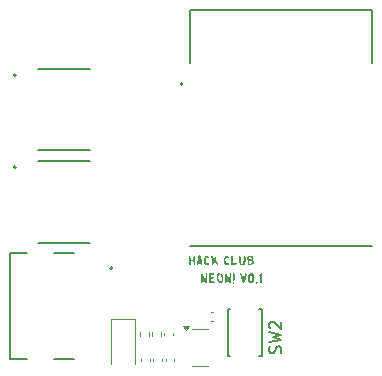
<source format=gbr>
%TF.GenerationSoftware,KiCad,Pcbnew,8.0.2-1*%
%TF.CreationDate,2024-11-26T15:22:06-05:00*%
%TF.ProjectId,hack_matrix,6861636b-5f6d-4617-9472-69782e6b6963,rev?*%
%TF.SameCoordinates,Original*%
%TF.FileFunction,Legend,Top*%
%TF.FilePolarity,Positive*%
%FSLAX46Y46*%
G04 Gerber Fmt 4.6, Leading zero omitted, Abs format (unit mm)*
G04 Created by KiCad (PCBNEW 8.0.2-1) date 2024-11-26 15:22:06*
%MOMM*%
%LPD*%
G01*
G04 APERTURE LIST*
%ADD10C,0.250000*%
%ADD11C,0.150000*%
%ADD12C,0.127000*%
%ADD13C,0.200000*%
%ADD14C,0.120000*%
G04 APERTURE END LIST*
D10*
G36*
X183036357Y-84832512D02*
G01*
X183063468Y-84819811D01*
X183097631Y-84857455D01*
X183102547Y-84886734D01*
X183106558Y-84939103D01*
X183109055Y-84988307D01*
X183110989Y-85038705D01*
X183112735Y-85096693D01*
X183113538Y-85128534D01*
X183114270Y-85178604D01*
X183115003Y-85227208D01*
X183114556Y-85287464D01*
X183113214Y-85343057D01*
X183110978Y-85393986D01*
X183107114Y-85448947D01*
X183100978Y-85504580D01*
X183096685Y-85532267D01*
X183084784Y-85580789D01*
X183075191Y-85605785D01*
X183049308Y-85648234D01*
X183046859Y-85649993D01*
X183029762Y-85654145D01*
X182983829Y-85631369D01*
X182948036Y-85594003D01*
X182915477Y-85551298D01*
X182879431Y-85497206D01*
X182850106Y-85449164D01*
X182818820Y-85394716D01*
X182785572Y-85333862D01*
X182762316Y-85289734D01*
X182732030Y-85228674D01*
X182733740Y-85283140D01*
X182735674Y-85334559D01*
X182739846Y-85377906D01*
X182746434Y-85427298D01*
X182746441Y-85429685D01*
X182743785Y-85479714D01*
X182740823Y-85511995D01*
X182731041Y-85562985D01*
X182710426Y-85611925D01*
X182677076Y-85648527D01*
X182633112Y-85665380D01*
X182590595Y-85638081D01*
X182585240Y-85627034D01*
X182572102Y-85577170D01*
X182570341Y-85543747D01*
X182572322Y-85493770D01*
X182575959Y-85456796D01*
X182580233Y-85405689D01*
X182582971Y-85354057D01*
X182584574Y-85304667D01*
X182585490Y-85250536D01*
X182585729Y-85201807D01*
X182585609Y-85150258D01*
X182585152Y-85098601D01*
X182584508Y-85064054D01*
X182583134Y-85013267D01*
X182583042Y-84993468D01*
X182586829Y-84942868D01*
X182591835Y-84924591D01*
X182620558Y-84882785D01*
X182645568Y-84874521D01*
X182689532Y-84896748D01*
X182723220Y-84941585D01*
X182754715Y-84990002D01*
X182786485Y-85041671D01*
X182815515Y-85090417D01*
X182847759Y-85145749D01*
X182874051Y-85191571D01*
X182883217Y-85207669D01*
X182911318Y-85257471D01*
X182937114Y-85302551D01*
X182962443Y-85345055D01*
X182969190Y-85354214D01*
X182962840Y-85360809D01*
X182964305Y-85327592D01*
X182966123Y-85278164D01*
X182966992Y-85244549D01*
X182968457Y-85192648D01*
X182969923Y-85142456D01*
X182975540Y-84937048D01*
X182997278Y-84890153D01*
X183021777Y-84847209D01*
X183036357Y-84832512D01*
G37*
G36*
X183395882Y-84987362D02*
G01*
X183400056Y-85036270D01*
X183402721Y-85065031D01*
X183407307Y-85114007D01*
X183409804Y-85148318D01*
X183409804Y-85167124D01*
X183409560Y-85167369D01*
X183459069Y-85156299D01*
X183510722Y-85151340D01*
X183553907Y-85150272D01*
X183603558Y-85152855D01*
X183631577Y-85157599D01*
X183678471Y-85177016D01*
X183694103Y-85207424D01*
X183670232Y-85252600D01*
X183665038Y-85257983D01*
X183634508Y-85283384D01*
X183591032Y-85289734D01*
X183541612Y-85294916D01*
X183489309Y-85301670D01*
X183480146Y-85302923D01*
X183429156Y-85310170D01*
X183404675Y-85314403D01*
X183402579Y-85364363D01*
X183402721Y-85412833D01*
X183402721Y-85459239D01*
X183404337Y-85508564D01*
X183406140Y-85515415D01*
X183454867Y-85522742D01*
X183487718Y-85523230D01*
X183538404Y-85521674D01*
X183588339Y-85517005D01*
X183594940Y-85516147D01*
X183643744Y-85509477D01*
X183672609Y-85507599D01*
X183720565Y-85518632D01*
X183726099Y-85521032D01*
X183761683Y-85555326D01*
X183762979Y-85564752D01*
X183741513Y-85608916D01*
X183738555Y-85612135D01*
X183692667Y-85635272D01*
X183642683Y-85647465D01*
X183611304Y-85653168D01*
X183557495Y-85661060D01*
X183503288Y-85666906D01*
X183448685Y-85670707D01*
X183393684Y-85672463D01*
X183344030Y-85671497D01*
X183293931Y-85666691D01*
X183272784Y-85660251D01*
X183249337Y-85646817D01*
X183246406Y-85494654D01*
X183245223Y-85444078D01*
X183243591Y-85373183D01*
X183242131Y-85308251D01*
X183240843Y-85249283D01*
X183239727Y-85196278D01*
X183238506Y-85134881D01*
X183237590Y-85084087D01*
X183236789Y-85027772D01*
X183236636Y-85003482D01*
X183239219Y-84953310D01*
X183243963Y-84928011D01*
X183268213Y-84883018D01*
X183294033Y-84862554D01*
X183341905Y-84844663D01*
X183392554Y-84834050D01*
X183412247Y-84831046D01*
X183461980Y-84826504D01*
X183507501Y-84825429D01*
X183562028Y-84826879D01*
X183614175Y-84831977D01*
X183664687Y-84843194D01*
X183679448Y-84848632D01*
X183716682Y-84881326D01*
X183718039Y-84890153D01*
X183695260Y-84935066D01*
X183686043Y-84944375D01*
X183639708Y-84963423D01*
X183606664Y-84967578D01*
X183546971Y-84972827D01*
X183497189Y-84977276D01*
X183444143Y-84982163D01*
X183395882Y-84987362D01*
G37*
G36*
X184194530Y-84845144D02*
G01*
X184214829Y-84849609D01*
X184265243Y-84867612D01*
X184310088Y-84892771D01*
X184349364Y-84925085D01*
X184383070Y-84964556D01*
X184411207Y-85011181D01*
X184433774Y-85064962D01*
X184441242Y-85088478D01*
X184452852Y-85137049D01*
X184461611Y-85185737D01*
X184467518Y-85234542D01*
X184470574Y-85283464D01*
X184471039Y-85311472D01*
X184469262Y-85361541D01*
X184465422Y-85391828D01*
X184454746Y-85439890D01*
X184436857Y-85490980D01*
X184415333Y-85534882D01*
X184404117Y-85553761D01*
X184374102Y-85595893D01*
X184339101Y-85631659D01*
X184302023Y-85656343D01*
X184254579Y-85670081D01*
X184239497Y-85670997D01*
X184186115Y-85663808D01*
X184138979Y-85645720D01*
X184091447Y-85616624D01*
X184050388Y-85582921D01*
X184022854Y-85555959D01*
X183990774Y-85518999D01*
X183959078Y-85473210D01*
X183933552Y-85424545D01*
X183914198Y-85373005D01*
X183904152Y-85334431D01*
X183898034Y-85284000D01*
X183896824Y-85232826D01*
X183897020Y-85222812D01*
X184046057Y-85222812D01*
X184048794Y-85272214D01*
X184058513Y-85321974D01*
X184074742Y-85371148D01*
X184096037Y-85418670D01*
X184123428Y-85462295D01*
X184128855Y-85469253D01*
X184166185Y-85505246D01*
X184212764Y-85526741D01*
X184225819Y-85528848D01*
X184236566Y-85528848D01*
X184283496Y-85514187D01*
X184315477Y-85470203D01*
X184329345Y-85419797D01*
X184331577Y-85404773D01*
X184335145Y-85355409D01*
X184335729Y-85320020D01*
X184335004Y-85269671D01*
X184332401Y-85218884D01*
X184326486Y-85165532D01*
X184320586Y-85134884D01*
X184305870Y-85084876D01*
X184284556Y-85036275D01*
X184251998Y-84996201D01*
X184249267Y-84994200D01*
X184202656Y-84977940D01*
X184190160Y-84977348D01*
X184140212Y-84986263D01*
X184101744Y-85013007D01*
X184076162Y-85056073D01*
X184061933Y-85098736D01*
X184051654Y-85147728D01*
X184046615Y-85198655D01*
X184046057Y-85222812D01*
X183897020Y-85222812D01*
X183897801Y-85182848D01*
X183901236Y-85132972D01*
X183908792Y-85081143D01*
X183912456Y-85064787D01*
X183927862Y-85012785D01*
X183947060Y-84967605D01*
X183975104Y-84922393D01*
X184014724Y-84882062D01*
X184061778Y-84855100D01*
X184076587Y-84849853D01*
X184127253Y-84842548D01*
X184143754Y-84842281D01*
X184194530Y-84845144D01*
G37*
G36*
X185063572Y-84832512D02*
G01*
X185090683Y-84819811D01*
X185124847Y-84857455D01*
X185129762Y-84886734D01*
X185133774Y-84939103D01*
X185136270Y-84988307D01*
X185138205Y-85038705D01*
X185139951Y-85096693D01*
X185140753Y-85128534D01*
X185141486Y-85178604D01*
X185142219Y-85227208D01*
X185141771Y-85287464D01*
X185140430Y-85343057D01*
X185138194Y-85393986D01*
X185134330Y-85448947D01*
X185128194Y-85504580D01*
X185123900Y-85532267D01*
X185111999Y-85580789D01*
X185102407Y-85605785D01*
X185076523Y-85648234D01*
X185074075Y-85649993D01*
X185056978Y-85654145D01*
X185011045Y-85631369D01*
X184975252Y-85594003D01*
X184942693Y-85551298D01*
X184906646Y-85497206D01*
X184877322Y-85449164D01*
X184846036Y-85394716D01*
X184812787Y-85333862D01*
X184789532Y-85289734D01*
X184759246Y-85228674D01*
X184760956Y-85283140D01*
X184762889Y-85334559D01*
X184767062Y-85377906D01*
X184773650Y-85427298D01*
X184773656Y-85429685D01*
X184771001Y-85479714D01*
X184768039Y-85511995D01*
X184758256Y-85562985D01*
X184737642Y-85611925D01*
X184704291Y-85648527D01*
X184660327Y-85665380D01*
X184617811Y-85638081D01*
X184612456Y-85627034D01*
X184599318Y-85577170D01*
X184597557Y-85543747D01*
X184599537Y-85493770D01*
X184603175Y-85456796D01*
X184607449Y-85405689D01*
X184610187Y-85354057D01*
X184611790Y-85304667D01*
X184612706Y-85250536D01*
X184612944Y-85201807D01*
X184612825Y-85150258D01*
X184612367Y-85098601D01*
X184611723Y-85064054D01*
X184610349Y-85013267D01*
X184610258Y-84993468D01*
X184614044Y-84942868D01*
X184619050Y-84924591D01*
X184647773Y-84882785D01*
X184672784Y-84874521D01*
X184716748Y-84896748D01*
X184750435Y-84941585D01*
X184781931Y-84990002D01*
X184813701Y-85041671D01*
X184842731Y-85090417D01*
X184874975Y-85145749D01*
X184901267Y-85191571D01*
X184910432Y-85207669D01*
X184938533Y-85257471D01*
X184964329Y-85302551D01*
X184989658Y-85345055D01*
X184996406Y-85354214D01*
X184990055Y-85360809D01*
X184991521Y-85327592D01*
X184993339Y-85278164D01*
X184994207Y-85244549D01*
X184995673Y-85192648D01*
X184997138Y-85142456D01*
X185002756Y-84937048D01*
X185024494Y-84890153D01*
X185048993Y-84847209D01*
X185063572Y-84832512D01*
G37*
G36*
X185305373Y-84854249D02*
G01*
X185349092Y-84831046D01*
X185389881Y-84851563D01*
X185416519Y-84893294D01*
X185424075Y-84924103D01*
X185427647Y-84974340D01*
X185429112Y-85027219D01*
X185429731Y-85077056D01*
X185429937Y-85135617D01*
X185429764Y-85192578D01*
X185429245Y-85241643D01*
X185427938Y-85297072D01*
X185424894Y-85349412D01*
X185422854Y-85363740D01*
X185408295Y-85411675D01*
X185377579Y-85453219D01*
X185346161Y-85462903D01*
X185308304Y-85450446D01*
X185275647Y-85413320D01*
X185273377Y-85405261D01*
X185268675Y-85353726D01*
X185266621Y-85302841D01*
X185265317Y-85252365D01*
X185264629Y-85202433D01*
X185264584Y-85200341D01*
X185263852Y-85151004D01*
X185264054Y-85101957D01*
X185264876Y-85047818D01*
X185266696Y-84993368D01*
X185269970Y-84944341D01*
X185276796Y-84901388D01*
X185301594Y-84858274D01*
X185305373Y-84854249D01*
G37*
G36*
X185272400Y-85643886D02*
G01*
X185271667Y-85638757D01*
X185270935Y-85632163D01*
X185284317Y-85584610D01*
X185291207Y-85575010D01*
X185333827Y-85550467D01*
X185343475Y-85549853D01*
X185390251Y-85569114D01*
X185395498Y-85575010D01*
X185415294Y-85620330D01*
X185416015Y-85632163D01*
X185402001Y-85679607D01*
X185391102Y-85692735D01*
X185346257Y-85714695D01*
X185344940Y-85714717D01*
X185299097Y-85694317D01*
X185297557Y-85692979D01*
X185273119Y-85649464D01*
X185272400Y-85643886D01*
G37*
G36*
X185908408Y-84913356D02*
G01*
X185915827Y-84863805D01*
X185921598Y-84848876D01*
X185961165Y-84819811D01*
X185999023Y-84837152D01*
X186028120Y-84877332D01*
X186051664Y-84924322D01*
X186071900Y-84971716D01*
X186081088Y-84994933D01*
X186101084Y-85049544D01*
X186116671Y-85097467D01*
X186131280Y-85147585D01*
X186144911Y-85199897D01*
X186157565Y-85254403D01*
X186169240Y-85311104D01*
X186171458Y-85322707D01*
X186179368Y-85371630D01*
X186187423Y-85420093D01*
X186187822Y-85421870D01*
X186199122Y-85369697D01*
X186210491Y-85315395D01*
X186222956Y-85255503D01*
X186234886Y-85198007D01*
X186244975Y-85149295D01*
X186256533Y-85095202D01*
X186268671Y-85040753D01*
X186280769Y-84989947D01*
X186294312Y-84939979D01*
X186311843Y-84893983D01*
X186335345Y-84857424D01*
X186375786Y-84829518D01*
X186386147Y-84828115D01*
X186424738Y-84845457D01*
X186435500Y-84893679D01*
X186436217Y-84920439D01*
X186434721Y-84969842D01*
X186430233Y-85023803D01*
X186424005Y-85073682D01*
X186415579Y-85126911D01*
X186404954Y-85183489D01*
X186394778Y-85231793D01*
X186383635Y-85279621D01*
X186371527Y-85326972D01*
X186355722Y-85383163D01*
X186338526Y-85438667D01*
X186323133Y-85484396D01*
X186304924Y-85531041D01*
X186281975Y-85579374D01*
X186255966Y-85624591D01*
X186225957Y-85665549D01*
X186190509Y-85687850D01*
X186147461Y-85663164D01*
X186143614Y-85659762D01*
X186109399Y-85622694D01*
X186101849Y-85610181D01*
X186086156Y-85559562D01*
X186070937Y-85507462D01*
X186056297Y-85456666D01*
X186050802Y-85437501D01*
X186036753Y-85388762D01*
X186021091Y-85334998D01*
X186006734Y-85286386D01*
X185991634Y-85236184D01*
X185976552Y-85187397D01*
X185960581Y-85136953D01*
X185943612Y-85080402D01*
X185929970Y-85031079D01*
X185917991Y-84981431D01*
X185909473Y-84931422D01*
X185908408Y-84913356D01*
G37*
G36*
X186910077Y-84822201D02*
G01*
X186956387Y-84838164D01*
X186976482Y-84849120D01*
X187015195Y-84879588D01*
X187045604Y-84918602D01*
X187056838Y-84939490D01*
X187075777Y-84989260D01*
X187088308Y-85040385D01*
X187096139Y-85088958D01*
X187101598Y-85142957D01*
X187104683Y-85202383D01*
X187105443Y-85253831D01*
X187104240Y-85304996D01*
X187100225Y-85356006D01*
X187096894Y-85381570D01*
X187087608Y-85432578D01*
X187075449Y-85484949D01*
X187059800Y-85536313D01*
X187044138Y-85575254D01*
X187016839Y-85617421D01*
X186980188Y-85651446D01*
X186960118Y-85664403D01*
X186912175Y-85685119D01*
X186863482Y-85694868D01*
X186833112Y-85696399D01*
X186820900Y-85695666D01*
X186808932Y-85694933D01*
X186756370Y-85686793D01*
X186704338Y-85669222D01*
X186662310Y-85642955D01*
X186626528Y-85602289D01*
X186613538Y-85577697D01*
X186595594Y-85528856D01*
X186583446Y-85480438D01*
X186574562Y-85431010D01*
X186570795Y-85404040D01*
X186567240Y-85354237D01*
X186566399Y-85304389D01*
X186566957Y-85247814D01*
X186567889Y-85220125D01*
X186741032Y-85220125D01*
X186742496Y-85270252D01*
X186745184Y-85306831D01*
X186749603Y-85359150D01*
X186756255Y-85410895D01*
X186759106Y-85428220D01*
X186770842Y-85477803D01*
X186789331Y-85523658D01*
X186828648Y-85555346D01*
X186831646Y-85555471D01*
X186874865Y-85532345D01*
X186883670Y-85522986D01*
X186908415Y-85477698D01*
X186922932Y-85426205D01*
X186932083Y-85370738D01*
X186937386Y-85316526D01*
X186940579Y-85255052D01*
X186940579Y-85214508D01*
X186938887Y-85158491D01*
X186932638Y-85103188D01*
X186919857Y-85053236D01*
X186895423Y-85010675D01*
X186892463Y-85007634D01*
X186855338Y-84990048D01*
X186847278Y-84990048D01*
X186800283Y-85006454D01*
X186769120Y-85048178D01*
X186753129Y-85094723D01*
X186744351Y-85148456D01*
X186741279Y-85199274D01*
X186741032Y-85220125D01*
X186567889Y-85220125D01*
X186568631Y-85198075D01*
X186571995Y-85148684D01*
X186578554Y-85098851D01*
X186582274Y-85081639D01*
X186596202Y-85030195D01*
X186615612Y-84978614D01*
X186638747Y-84934726D01*
X186669225Y-84894549D01*
X186709773Y-84860031D01*
X186758145Y-84835244D01*
X186808368Y-84821257D01*
X186826517Y-84818346D01*
X186859979Y-84816880D01*
X186910077Y-84822201D01*
G37*
G36*
X187230739Y-85574521D02*
G01*
X187275027Y-85553070D01*
X187301570Y-85551563D01*
X187350682Y-85563689D01*
X187367759Y-85578185D01*
X187387553Y-85623060D01*
X187389253Y-85643642D01*
X187376208Y-85691068D01*
X187361653Y-85709344D01*
X187319846Y-85735619D01*
X187291556Y-85737920D01*
X187244788Y-85722167D01*
X187223900Y-85705436D01*
X187206269Y-85658724D01*
X187207536Y-85637536D01*
X187220284Y-85589902D01*
X187230739Y-85574521D01*
G37*
G36*
X187644242Y-84825917D02*
G01*
X187677948Y-84821032D01*
X187726701Y-84828477D01*
X187739253Y-84835443D01*
X187768024Y-84875914D01*
X187769783Y-84882581D01*
X187775719Y-84934479D01*
X187778696Y-84986581D01*
X187780041Y-85018625D01*
X187781660Y-85074816D01*
X187783004Y-85130733D01*
X187784074Y-85186376D01*
X187784869Y-85241744D01*
X187785390Y-85296839D01*
X187785637Y-85351658D01*
X187785659Y-85373510D01*
X187785513Y-85429071D01*
X187784974Y-85483387D01*
X187783696Y-85536599D01*
X187781507Y-85573789D01*
X187772485Y-85623248D01*
X187767585Y-85634361D01*
X187729239Y-85666113D01*
X187679187Y-85676359D01*
X187666713Y-85676615D01*
X187629832Y-85673928D01*
X187611270Y-85656587D01*
X187594751Y-85607811D01*
X187591486Y-85557669D01*
X187592658Y-85505771D01*
X187595135Y-85452783D01*
X187595638Y-85443607D01*
X187597679Y-85386655D01*
X187599373Y-85336393D01*
X187600950Y-85284911D01*
X187602278Y-85231253D01*
X187602721Y-85194724D01*
X187602721Y-85127313D01*
X187606385Y-85097027D01*
X187606873Y-85098248D01*
X187576831Y-85106796D01*
X187530181Y-85093607D01*
X187500139Y-85059413D01*
X187493056Y-85024487D01*
X187512915Y-84978502D01*
X187517236Y-84973196D01*
X187546453Y-84933550D01*
X187564863Y-84907494D01*
X187595731Y-84866559D01*
X187631777Y-84832506D01*
X187644242Y-84825917D01*
G37*
D11*
G36*
X181968457Y-84054249D02*
G01*
X181962108Y-84001964D01*
X181955024Y-83948736D01*
X181948648Y-83900119D01*
X181942466Y-83851087D01*
X181941835Y-83844689D01*
X181890229Y-83840865D01*
X181841939Y-83840537D01*
X181740579Y-83840537D01*
X181737648Y-83860076D01*
X181731797Y-83908574D01*
X181724803Y-83958935D01*
X181723726Y-83965589D01*
X181714727Y-84019699D01*
X181701624Y-84071433D01*
X181680655Y-84119915D01*
X181651919Y-84149993D01*
X181636531Y-84154145D01*
X181606978Y-84124591D01*
X181599220Y-84075658D01*
X181596178Y-84023898D01*
X181594203Y-83965375D01*
X181593003Y-83906621D01*
X181592812Y-83893782D01*
X181591407Y-83839449D01*
X181590003Y-83790391D01*
X181588247Y-83736484D01*
X181586141Y-83682675D01*
X181583332Y-83629388D01*
X181581577Y-83606796D01*
X181577544Y-83554493D01*
X181574833Y-83504204D01*
X181574494Y-83485896D01*
X181578332Y-83436972D01*
X181601173Y-83392150D01*
X181606978Y-83388932D01*
X181636531Y-83393084D01*
X181667400Y-83433737D01*
X181687050Y-83481325D01*
X181702609Y-83534654D01*
X181714670Y-83587936D01*
X181723726Y-83636350D01*
X181732824Y-83685687D01*
X181740579Y-83706692D01*
X181789278Y-83713029D01*
X181807990Y-83714508D01*
X181858453Y-83717847D01*
X181905198Y-83719392D01*
X181916434Y-83717927D01*
X181919120Y-83717927D01*
X181925028Y-83666086D01*
X181927669Y-83626580D01*
X181930264Y-83577800D01*
X181934796Y-83524060D01*
X181942123Y-83470181D01*
X181953276Y-83421952D01*
X181974075Y-83380383D01*
X182005094Y-83367683D01*
X182041730Y-83384535D01*
X182056873Y-83410669D01*
X182064246Y-83461159D01*
X182065666Y-83473196D01*
X182070990Y-83530056D01*
X182074744Y-83584551D01*
X182077878Y-83645509D01*
X182079939Y-83698929D01*
X182081603Y-83756487D01*
X182082870Y-83818181D01*
X182083560Y-83867166D01*
X182083740Y-83884012D01*
X182083740Y-83985373D01*
X182082160Y-84037763D01*
X182073865Y-84087497D01*
X182072505Y-84090886D01*
X182046029Y-84131944D01*
X182043684Y-84134605D01*
X182013398Y-84155610D01*
X181982379Y-84124103D01*
X181969559Y-84075179D01*
X181968457Y-84054249D01*
G37*
G36*
X182475017Y-83317124D02*
G01*
X182514013Y-83347078D01*
X182515073Y-83348143D01*
X182542404Y-83390111D01*
X182557083Y-83418485D01*
X182578450Y-83463443D01*
X182597764Y-83510326D01*
X182603733Y-83526685D01*
X182619222Y-83577128D01*
X182633846Y-83631217D01*
X182645693Y-83680481D01*
X182656904Y-83732425D01*
X182667480Y-83787048D01*
X182676860Y-83841046D01*
X182684299Y-83891301D01*
X182690525Y-83945200D01*
X182694109Y-83994003D01*
X182695080Y-84031779D01*
X182689747Y-84082217D01*
X182678227Y-84114822D01*
X182648581Y-84156061D01*
X182602401Y-84175091D01*
X182599337Y-84175150D01*
X182567096Y-84162693D01*
X182550244Y-84130209D01*
X182546266Y-84078553D01*
X182543161Y-84024696D01*
X182539009Y-83937501D01*
X182465736Y-83954354D01*
X182417399Y-83965894D01*
X182384159Y-83975359D01*
X182378541Y-83990990D01*
X182368726Y-84041815D01*
X182351278Y-84090038D01*
X182347522Y-84099190D01*
X182320865Y-84142994D01*
X182275959Y-84166845D01*
X182243475Y-84151214D01*
X182226770Y-84103915D01*
X182226622Y-84097969D01*
X182229553Y-84064019D01*
X182239115Y-84007880D01*
X182248138Y-83954808D01*
X182256624Y-83904802D01*
X182268343Y-83835543D01*
X182278409Y-83775812D01*
X182385624Y-83775812D01*
X182388311Y-83775812D01*
X182437530Y-83770765D01*
X182471353Y-83766043D01*
X182519914Y-83757943D01*
X182539009Y-83751877D01*
X182530140Y-83701533D01*
X182525575Y-83680802D01*
X182514108Y-83632001D01*
X182503838Y-83594340D01*
X182487201Y-83548163D01*
X182481367Y-83535233D01*
X182470621Y-83520334D01*
X182458653Y-83516182D01*
X182451814Y-83522533D01*
X182437281Y-83569610D01*
X182423610Y-83619809D01*
X182413712Y-83657599D01*
X182401424Y-83705562D01*
X182389574Y-83754495D01*
X182385624Y-83775812D01*
X182278409Y-83775812D01*
X182278852Y-83773183D01*
X182288150Y-83717723D01*
X182296237Y-83669161D01*
X182305137Y-83615146D01*
X182313234Y-83564874D01*
X182317969Y-83533768D01*
X182325510Y-83481744D01*
X182334163Y-83432514D01*
X182344836Y-83393084D01*
X182369841Y-83347650D01*
X182408225Y-83315631D01*
X182411025Y-83314193D01*
X182441800Y-83302958D01*
X182475017Y-83317124D01*
G37*
G36*
X182947627Y-83398702D02*
G01*
X182991632Y-83369083D01*
X183039767Y-83349929D01*
X183067306Y-83346678D01*
X183116791Y-83355720D01*
X183126413Y-83359378D01*
X183167458Y-83385909D01*
X183185275Y-83402854D01*
X183214899Y-83443949D01*
X183220446Y-83459274D01*
X183226308Y-83495666D01*
X183214829Y-83532302D01*
X183197976Y-83536454D01*
X183150159Y-83523634D01*
X183136182Y-83515450D01*
X183089085Y-83498860D01*
X183082693Y-83498597D01*
X183035029Y-83514658D01*
X183002919Y-83552004D01*
X183000872Y-83555505D01*
X182981226Y-83602652D01*
X182971182Y-83653714D01*
X182968632Y-83701074D01*
X182971382Y-83750844D01*
X182971563Y-83753098D01*
X182979170Y-83802614D01*
X182992691Y-83854740D01*
X183011214Y-83900788D01*
X183038508Y-83945973D01*
X183054605Y-83965589D01*
X183095311Y-83996272D01*
X183132030Y-84004912D01*
X183180879Y-83997309D01*
X183197976Y-83992456D01*
X183245328Y-83979673D01*
X183257083Y-83978290D01*
X183290788Y-84000760D01*
X183297871Y-84034466D01*
X183286899Y-84084154D01*
X183269783Y-84109204D01*
X183228895Y-84138946D01*
X183202372Y-84149260D01*
X183152652Y-84160694D01*
X183108094Y-84163914D01*
X183058700Y-84158678D01*
X183051674Y-84157076D01*
X183005337Y-84139849D01*
X182955508Y-84105586D01*
X182922119Y-84067991D01*
X182894485Y-84021345D01*
X182872607Y-83965646D01*
X182859974Y-83917931D01*
X182850579Y-83865125D01*
X182844421Y-83807226D01*
X182842114Y-83765799D01*
X182841381Y-83748213D01*
X182840648Y-83730628D01*
X182842450Y-83675749D01*
X182847854Y-83623710D01*
X182856860Y-83574511D01*
X182869469Y-83528150D01*
X182887304Y-83481473D01*
X182913509Y-83435338D01*
X182947627Y-83398702D01*
G37*
G36*
X183466154Y-83359378D02*
G01*
X183502791Y-83345212D01*
X183551850Y-83357896D01*
X183589986Y-83390153D01*
X183614787Y-83432652D01*
X183633632Y-83483447D01*
X183647184Y-83531341D01*
X183660239Y-83587632D01*
X183664480Y-83608262D01*
X183676063Y-83656055D01*
X183681332Y-83667369D01*
X183703478Y-83620993D01*
X183709420Y-83606796D01*
X183729475Y-83561669D01*
X183753078Y-83515334D01*
X183778297Y-83472463D01*
X183807400Y-83430736D01*
X183841575Y-83395720D01*
X183843265Y-83394549D01*
X183864270Y-83386001D01*
X183892358Y-83407250D01*
X183903593Y-83453656D01*
X183894080Y-83507141D01*
X183878769Y-83556924D01*
X183859462Y-83611029D01*
X183845952Y-83646364D01*
X183814933Y-83722323D01*
X183830565Y-83733558D01*
X183868545Y-83768119D01*
X183900716Y-83806381D01*
X183912142Y-83821486D01*
X183942372Y-83865079D01*
X183969255Y-83909884D01*
X183990788Y-83951667D01*
X184010881Y-83997816D01*
X184025169Y-84045260D01*
X184028890Y-84078185D01*
X184018652Y-84127272D01*
X183975401Y-84149993D01*
X183945847Y-84138757D01*
X183914084Y-84098526D01*
X183907990Y-84089420D01*
X183879835Y-84048698D01*
X183867690Y-84033244D01*
X183835197Y-83995922D01*
X183823482Y-83983175D01*
X183789611Y-83946004D01*
X183765840Y-83919183D01*
X183732883Y-83882211D01*
X183697624Y-83844661D01*
X183685484Y-83834675D01*
X183681332Y-83863007D01*
X183681332Y-83882547D01*
X183679310Y-83937531D01*
X183673245Y-83987934D01*
X183661361Y-84039927D01*
X183644195Y-84085936D01*
X183639078Y-84096503D01*
X183611697Y-84138081D01*
X183570634Y-84167749D01*
X183557501Y-84169532D01*
X183535031Y-84162693D01*
X183510523Y-84118092D01*
X183509630Y-84103586D01*
X183513670Y-84053484D01*
X183518178Y-84022009D01*
X183524318Y-83969538D01*
X183528448Y-83918188D01*
X183530569Y-83867958D01*
X183530879Y-83840537D01*
X183530044Y-83791664D01*
X183526838Y-83741015D01*
X183522330Y-83705471D01*
X183511834Y-83655868D01*
X183498659Y-83608002D01*
X183483007Y-83557704D01*
X183467620Y-83505710D01*
X183455564Y-83457509D01*
X183447974Y-83407122D01*
X183447836Y-83401388D01*
X183449302Y-83387466D01*
X183466154Y-83359378D01*
G37*
G36*
X184633879Y-83398702D02*
G01*
X184677884Y-83369083D01*
X184726020Y-83349929D01*
X184753558Y-83346678D01*
X184803043Y-83355720D01*
X184812665Y-83359378D01*
X184853710Y-83385909D01*
X184871528Y-83402854D01*
X184901152Y-83443949D01*
X184906699Y-83459274D01*
X184912561Y-83495666D01*
X184901081Y-83532302D01*
X184884228Y-83536454D01*
X184836411Y-83523634D01*
X184822435Y-83515450D01*
X184775338Y-83498860D01*
X184768946Y-83498597D01*
X184721281Y-83514658D01*
X184689171Y-83552004D01*
X184687124Y-83555505D01*
X184667478Y-83602652D01*
X184657435Y-83653714D01*
X184654884Y-83701074D01*
X184657635Y-83750844D01*
X184657815Y-83753098D01*
X184665423Y-83802614D01*
X184678944Y-83854740D01*
X184697467Y-83900788D01*
X184724761Y-83945973D01*
X184740858Y-83965589D01*
X184781564Y-83996272D01*
X184818283Y-84004912D01*
X184867131Y-83997309D01*
X184884228Y-83992456D01*
X184931581Y-83979673D01*
X184943335Y-83978290D01*
X184977041Y-84000760D01*
X184984124Y-84034466D01*
X184973152Y-84084154D01*
X184956036Y-84109204D01*
X184915148Y-84138946D01*
X184888625Y-84149260D01*
X184838905Y-84160694D01*
X184794347Y-84163914D01*
X184744953Y-84158678D01*
X184737927Y-84157076D01*
X184691589Y-84139849D01*
X184641761Y-84105586D01*
X184608372Y-84067991D01*
X184580738Y-84021345D01*
X184558859Y-83965646D01*
X184546227Y-83917931D01*
X184536832Y-83865125D01*
X184530674Y-83807226D01*
X184528367Y-83765799D01*
X184527634Y-83748213D01*
X184526901Y-83730628D01*
X184528702Y-83675749D01*
X184534106Y-83623710D01*
X184543113Y-83574511D01*
X184555722Y-83528150D01*
X184573556Y-83481473D01*
X184599762Y-83435338D01*
X184633879Y-83398702D01*
G37*
G36*
X185139706Y-83391618D02*
G01*
X185170182Y-83352169D01*
X185200279Y-83341060D01*
X185229832Y-83356448D01*
X185252054Y-83400522D01*
X185263827Y-83448092D01*
X185270621Y-83490048D01*
X185276052Y-83542307D01*
X185279705Y-83593020D01*
X185281581Y-83642187D01*
X185281856Y-83668834D01*
X185281272Y-83718957D01*
X185279711Y-83771542D01*
X185277704Y-83819288D01*
X185276467Y-83869480D01*
X185275505Y-83892561D01*
X185273567Y-83942584D01*
X185273307Y-83957285D01*
X185274773Y-83981221D01*
X185290160Y-84003691D01*
X185339848Y-84009221D01*
X185352198Y-84009309D01*
X185403958Y-84008125D01*
X185455157Y-84004135D01*
X185489951Y-83999295D01*
X185539150Y-83994226D01*
X185550523Y-83993677D01*
X185599066Y-84003027D01*
X185622330Y-84017613D01*
X185635031Y-84040083D01*
X185625017Y-84066950D01*
X185582213Y-84097908D01*
X185531834Y-84112977D01*
X185492882Y-84120439D01*
X185439993Y-84128574D01*
X185391055Y-84135025D01*
X185338953Y-84140425D01*
X185285990Y-84143791D01*
X185256454Y-84144375D01*
X185207064Y-84142250D01*
X185157269Y-84130496D01*
X185142637Y-84117508D01*
X185138408Y-84067487D01*
X185136361Y-84015236D01*
X185134570Y-83955808D01*
X185133356Y-83908681D01*
X185132211Y-83859244D01*
X185130995Y-83799402D01*
X185130017Y-83741731D01*
X185129277Y-83686230D01*
X185128777Y-83632900D01*
X185128514Y-83581740D01*
X185128471Y-83552086D01*
X185128587Y-83501369D01*
X185129164Y-83450349D01*
X185129937Y-83428988D01*
X185139706Y-83391618D01*
G37*
G36*
X186222191Y-83345212D02*
G01*
X186256140Y-83329825D01*
X186301287Y-83351891D01*
X186307920Y-83358646D01*
X186335970Y-83399919D01*
X186347487Y-83429720D01*
X186356120Y-83482317D01*
X186359661Y-83537149D01*
X186361155Y-83588652D01*
X186361640Y-83638366D01*
X186361653Y-83649050D01*
X186361308Y-83701353D01*
X186359979Y-83758322D01*
X186357655Y-83808972D01*
X186353685Y-83860076D01*
X186347487Y-83907948D01*
X186335032Y-83957612D01*
X186316900Y-84006466D01*
X186293091Y-84054508D01*
X186287648Y-84064019D01*
X186259803Y-84106294D01*
X186225823Y-84143297D01*
X186197034Y-84162693D01*
X186148453Y-84176262D01*
X186121074Y-84178080D01*
X186070699Y-84172829D01*
X186021587Y-84158368D01*
X186018248Y-84157076D01*
X185965943Y-84131450D01*
X185921533Y-84098538D01*
X185885019Y-84058340D01*
X185856399Y-84010854D01*
X185835674Y-83956082D01*
X185824778Y-83907018D01*
X185819923Y-83867159D01*
X185812568Y-83818676D01*
X185811374Y-83815136D01*
X185803509Y-83762594D01*
X185798417Y-83707633D01*
X185795254Y-83668834D01*
X185791162Y-83614217D01*
X185787716Y-83561186D01*
X185785254Y-83508979D01*
X185784752Y-83481744D01*
X185785973Y-83432529D01*
X185789637Y-83400167D01*
X185812840Y-83357913D01*
X185857677Y-83336685D01*
X185859246Y-83336664D01*
X185904877Y-83355943D01*
X185919818Y-83377452D01*
X185933042Y-83427083D01*
X185940064Y-83482343D01*
X185944388Y-83535429D01*
X185947376Y-83587289D01*
X185947906Y-83598492D01*
X185950085Y-83650466D01*
X185952927Y-83709284D01*
X185955900Y-83761268D01*
X185959641Y-83814628D01*
X185964244Y-83864445D01*
X185967690Y-83891828D01*
X185978108Y-83942512D01*
X185998197Y-83988827D01*
X186004326Y-83996608D01*
X186046030Y-84022669D01*
X186071737Y-84026161D01*
X186116678Y-84010530D01*
X186145228Y-83969891D01*
X186164119Y-83913402D01*
X186173851Y-83864638D01*
X186181292Y-83806989D01*
X186185371Y-83757922D01*
X186188162Y-83703857D01*
X186189664Y-83644795D01*
X186189951Y-83602644D01*
X186189218Y-83549949D01*
X186187864Y-83498207D01*
X186187020Y-83470509D01*
X186187020Y-83445108D01*
X186192824Y-83395394D01*
X186215905Y-83351361D01*
X186222191Y-83345212D01*
G37*
G36*
X186874132Y-83345456D02*
G01*
X186925213Y-83357394D01*
X186952721Y-83369148D01*
X186987387Y-83404658D01*
X186993510Y-83417752D01*
X187006733Y-83465590D01*
X187008897Y-83495666D01*
X187004689Y-83544678D01*
X186999127Y-83566741D01*
X186978415Y-83612276D01*
X186961270Y-83640746D01*
X186933916Y-83681503D01*
X186930251Y-83689839D01*
X186949790Y-83704005D01*
X186989785Y-83735818D01*
X187018669Y-83778981D01*
X187022330Y-83786315D01*
X187039893Y-83832053D01*
X187049772Y-83883541D01*
X187051151Y-83912100D01*
X187050418Y-83924312D01*
X187049685Y-83936036D01*
X187037286Y-83989846D01*
X187009431Y-84037336D01*
X186974412Y-84072083D01*
X186928659Y-84102441D01*
X186884329Y-84123568D01*
X186833130Y-84141887D01*
X186804954Y-84149993D01*
X186755415Y-84160262D01*
X186703883Y-84165792D01*
X186668422Y-84166845D01*
X186617673Y-84164991D01*
X186574389Y-84155610D01*
X186551674Y-84145596D01*
X186547522Y-84082337D01*
X186543652Y-84019223D01*
X186539737Y-83957865D01*
X186535776Y-83898262D01*
X186531769Y-83840415D01*
X186531160Y-83831988D01*
X186668422Y-83831988D01*
X186668422Y-83888164D01*
X186669148Y-83938458D01*
X186672033Y-83987520D01*
X186672819Y-83995143D01*
X186675505Y-84045701D01*
X186706524Y-84041549D01*
X186755949Y-84033896D01*
X186804340Y-84022266D01*
X186853341Y-84003965D01*
X186856978Y-84002226D01*
X186898464Y-83974360D01*
X186904849Y-83967787D01*
X186927320Y-83924801D01*
X186928785Y-83909413D01*
X186918788Y-83861215D01*
X186885663Y-83824457D01*
X186868213Y-83815136D01*
X186820052Y-83805709D01*
X186804954Y-83805366D01*
X186753332Y-83809709D01*
X186706524Y-83820753D01*
X186668422Y-83831988D01*
X186531160Y-83831988D01*
X186527716Y-83784323D01*
X186523617Y-83729986D01*
X186519472Y-83677406D01*
X186515282Y-83626580D01*
X186511150Y-83577368D01*
X186507936Y-83525353D01*
X186507314Y-83501284D01*
X186637648Y-83501284D01*
X186654501Y-83594340D01*
X186664342Y-83643403D01*
X186681123Y-83688374D01*
X186684054Y-83688374D01*
X186734589Y-83678103D01*
X186780802Y-83658485D01*
X186793719Y-83651981D01*
X186835164Y-83624229D01*
X186845743Y-83613879D01*
X186868717Y-83569133D01*
X186869678Y-83561856D01*
X186869678Y-83549155D01*
X186850746Y-83503986D01*
X186838660Y-83495666D01*
X186790443Y-83486364D01*
X186769783Y-83485896D01*
X186720349Y-83488327D01*
X186670353Y-83495620D01*
X186655966Y-83498597D01*
X186637648Y-83501284D01*
X186507314Y-83501284D01*
X186506734Y-83478813D01*
X186506734Y-83467578D01*
X186531196Y-83422603D01*
X186564375Y-83401388D01*
X186614532Y-83381907D01*
X186665488Y-83367213D01*
X186718275Y-83355093D01*
X186747313Y-83349364D01*
X186796289Y-83343450D01*
X186824738Y-83342281D01*
X186874132Y-83345456D01*
G37*
X189323435Y-91612070D02*
X189371054Y-91469213D01*
X189371054Y-91469213D02*
X189371054Y-91231118D01*
X189371054Y-91231118D02*
X189323435Y-91135880D01*
X189323435Y-91135880D02*
X189275815Y-91088261D01*
X189275815Y-91088261D02*
X189180577Y-91040642D01*
X189180577Y-91040642D02*
X189085339Y-91040642D01*
X189085339Y-91040642D02*
X188990101Y-91088261D01*
X188990101Y-91088261D02*
X188942482Y-91135880D01*
X188942482Y-91135880D02*
X188894863Y-91231118D01*
X188894863Y-91231118D02*
X188847244Y-91421594D01*
X188847244Y-91421594D02*
X188799625Y-91516832D01*
X188799625Y-91516832D02*
X188752006Y-91564451D01*
X188752006Y-91564451D02*
X188656768Y-91612070D01*
X188656768Y-91612070D02*
X188561530Y-91612070D01*
X188561530Y-91612070D02*
X188466292Y-91564451D01*
X188466292Y-91564451D02*
X188418673Y-91516832D01*
X188418673Y-91516832D02*
X188371054Y-91421594D01*
X188371054Y-91421594D02*
X188371054Y-91183499D01*
X188371054Y-91183499D02*
X188418673Y-91040642D01*
X188371054Y-90707308D02*
X189371054Y-90469213D01*
X189371054Y-90469213D02*
X188656768Y-90278737D01*
X188656768Y-90278737D02*
X189371054Y-90088261D01*
X189371054Y-90088261D02*
X188371054Y-89850166D01*
X188466292Y-89516832D02*
X188418673Y-89469213D01*
X188418673Y-89469213D02*
X188371054Y-89373975D01*
X188371054Y-89373975D02*
X188371054Y-89135880D01*
X188371054Y-89135880D02*
X188418673Y-89040642D01*
X188418673Y-89040642D02*
X188466292Y-88993023D01*
X188466292Y-88993023D02*
X188561530Y-88945404D01*
X188561530Y-88945404D02*
X188656768Y-88945404D01*
X188656768Y-88945404D02*
X188799625Y-88993023D01*
X188799625Y-88993023D02*
X189371054Y-89564451D01*
X189371054Y-89564451D02*
X189371054Y-88945404D01*
D12*
%TO.C,U5*%
X168800000Y-67550000D02*
X173200000Y-67550000D01*
X168800000Y-74450000D02*
X173200000Y-74450000D01*
D13*
X166910000Y-68075000D02*
G75*
G02*
X166710000Y-68075000I-100000J0D01*
G01*
X166710000Y-68075000D02*
G75*
G02*
X166910000Y-68075000I100000J0D01*
G01*
D14*
%TO.C,C5*%
X179463587Y-89883594D02*
X179463587Y-90099266D01*
X180183587Y-89883594D02*
X180183587Y-90099266D01*
D12*
%TO.C,J1*%
X166400000Y-83152570D02*
X166400000Y-92092570D01*
X166400000Y-83152570D02*
X167830000Y-83152570D01*
X166400000Y-92092570D02*
X167830000Y-92092570D01*
X171850000Y-83152570D02*
X170170000Y-83152570D01*
X171850000Y-92092570D02*
X170170000Y-92092570D01*
D13*
X175100000Y-84422570D02*
G75*
G02*
X174900000Y-84422570I-100000J0D01*
G01*
X174900000Y-84422570D02*
G75*
G02*
X175100000Y-84422570I100000J0D01*
G01*
D14*
%TO.C,C10*%
X183607836Y-88140000D02*
X183392164Y-88140000D01*
X183607836Y-88860000D02*
X183392164Y-88860000D01*
D12*
%TO.C,U1*%
X168800000Y-75348396D02*
X173200000Y-75348396D01*
X168800000Y-82248396D02*
X173200000Y-82248396D01*
D13*
X166910000Y-75873396D02*
G75*
G02*
X166710000Y-75873396I-100000J0D01*
G01*
X166710000Y-75873396D02*
G75*
G02*
X166910000Y-75873396I100000J0D01*
G01*
D12*
%TO.C,SW2*%
X184831235Y-87853738D02*
X185061235Y-87853738D01*
X184831235Y-91853738D02*
X184831235Y-87853738D01*
X184831235Y-91853738D02*
X185061235Y-91853738D01*
X187501235Y-87853738D02*
X187731235Y-87853738D01*
X187731235Y-87853738D02*
X187731235Y-91853738D01*
X187731235Y-91853738D02*
X187501235Y-91853738D01*
D14*
%TO.C,U3*%
X182500000Y-89605677D02*
X181850000Y-89605677D01*
X182500000Y-89605677D02*
X183150000Y-89605677D01*
X182500000Y-92725677D02*
X181850000Y-92725677D01*
X182500000Y-92725677D02*
X183150000Y-92725677D01*
X181337500Y-89655677D02*
X181097500Y-89325677D01*
X181577500Y-89325677D01*
X181337500Y-89655677D01*
G36*
X181337500Y-89655677D02*
G01*
X181097500Y-89325677D01*
X181577500Y-89325677D01*
X181337500Y-89655677D01*
G37*
%TO.C,D1*%
X174981590Y-88707116D02*
X174981590Y-92567116D01*
X176981590Y-88707116D02*
X174981590Y-88707116D01*
X176981590Y-88707116D02*
X176981590Y-92567116D01*
D12*
%TO.C,U4*%
X181683227Y-62546067D02*
X197083227Y-62546067D01*
X181683227Y-67046067D02*
X181683227Y-62546067D01*
X197083227Y-62546067D02*
X197083227Y-67046067D01*
X197083227Y-82546067D02*
X181683227Y-82546067D01*
D13*
X181033227Y-68846067D02*
G75*
G02*
X180833227Y-68846067I-100000J0D01*
G01*
X180833227Y-68846067D02*
G75*
G02*
X181033227Y-68846067I100000J0D01*
G01*
D14*
%TO.C,C3*%
X178555544Y-92081549D02*
X178555544Y-92297221D01*
X179275544Y-92081549D02*
X179275544Y-92297221D01*
%TO.C,C6*%
X179598278Y-92295964D02*
X179598278Y-92080292D01*
X180318278Y-92295964D02*
X180318278Y-92080292D01*
%TO.C,R2*%
X177404613Y-90143641D02*
X177404613Y-89836359D01*
X178164613Y-90143641D02*
X178164613Y-89836359D01*
%TO.C,R1*%
X178404613Y-90143641D02*
X178404613Y-89836359D01*
X179164613Y-90143641D02*
X179164613Y-89836359D01*
%TO.C,C4*%
X177511743Y-92083723D02*
X177511743Y-92299395D01*
X178231743Y-92083723D02*
X178231743Y-92299395D01*
%TD*%
M02*

</source>
